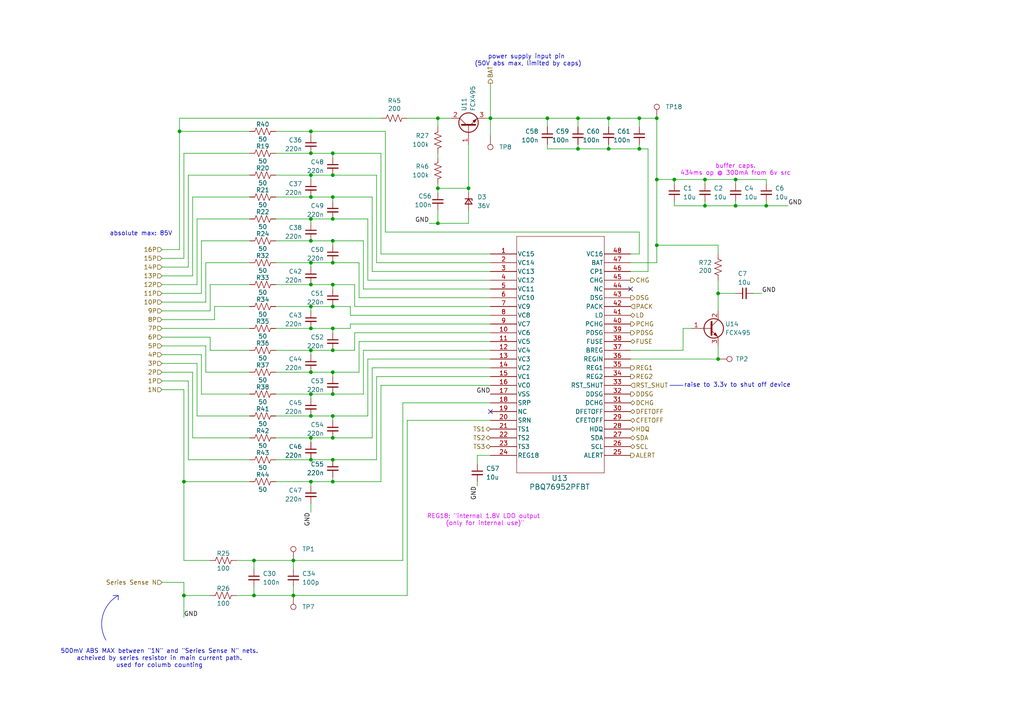
<source format=kicad_sch>
(kicad_sch (version 20250114) (generator "eeschema") (generator_version "9.0")
  (paper "A4")
  (arc (start 30.734 185.674) (mid 29.8291 178.4605) (end 34.29 172.72))
  (text "500mV ABS MAX between \"1N\" and \"Series Sense N\" nets.\nacheived by series resistor in main current path.\nused for columb counting" (at 46.228 191.008 0) (effects (font (size 1.27 1.27))))
  (text "absolute max: 85V" (at 40.894 67.818 0) (effects (font (size 1.27 1.27))))
  (text "power supply input pin \n(50V abs max, limited by caps)" (at 153.162 17.526 0) (effects (font (size 1.27 1.27))))
  (text "buffer caps.\n434ms op @ 300mA from 6v src" (at 213.36 49.276 0) (effects (font (size 1.27 1.27))))
  (text "REG18: \"internal 1.8V LDO output \n(only for internal use)\"" (at 140.716 150.876 0) (effects (font (size 1.27 1.27))))
  (text "raise to 3.3v to shut off device" (at 213.868 111.76 0) (effects (font (size 1.27 1.27))))
  (junction (at 52.07 38.1))
  (junction (at 158.75 34.29))
  (junction (at 90.17 139.7))
  (junction (at 90.17 101.6))
  (junction (at 73.66 172.72))
  (junction (at 96.52 63.5))
  (junction (at 90.17 120.65))
  (junction (at 127 34.29))
  (junction (at 96.52 95.25))
  (junction (at 90.17 88.9))
  (junction (at 85.09 172.72))
  (junction (at 96.52 50.8))
  (junction (at 176.53 43.18))
  (junction (at 185.42 43.18))
  (junction (at 53.34 172.72))
  (junction (at 167.64 43.18))
  (junction (at 135.89 54.61))
  (junction (at 90.17 44.45))
  (junction (at 90.17 133.35))
  (junction (at 90.17 107.95))
  (junction (at 90.17 38.1))
  (junction (at 222.25 59.69))
  (junction (at 90.17 76.2))
  (junction (at 190.5 34.29))
  (junction (at 96.52 127))
  (junction (at 208.28 85.09))
  (junction (at 90.17 50.8))
  (junction (at 127 64.77))
  (junction (at 90.17 95.25))
  (junction (at 96.52 57.15))
  (junction (at 96.52 139.7))
  (junction (at 96.52 133.35))
  (junction (at 90.17 63.5))
  (junction (at 204.47 59.69))
  (junction (at 185.42 34.29))
  (junction (at 208.28 104.14))
  (junction (at 213.36 59.69))
  (junction (at 96.52 82.55))
  (junction (at 127 54.61))
  (junction (at 96.52 44.45))
  (junction (at 90.17 127))
  (junction (at 176.53 34.29))
  (junction (at 73.66 162.56))
  (junction (at 90.17 82.55))
  (junction (at 90.17 114.3))
  (junction (at 85.09 162.56))
  (junction (at 53.34 139.7))
  (junction (at 90.17 69.85))
  (junction (at 96.52 114.3))
  (junction (at 167.64 34.29))
  (junction (at 96.52 69.85))
  (junction (at 96.52 101.6))
  (junction (at 96.52 76.2))
  (junction (at 96.52 88.9))
  (junction (at 96.52 120.65))
  (junction (at 190.5 52.07))
  (junction (at 90.17 57.15))
  (junction (at 213.36 52.07))
  (junction (at 142.24 34.29))
  (junction (at 195.58 52.07))
  (junction (at 204.47 52.07))
  (junction (at 190.5 71.12))
  (junction (at 96.52 107.95))
  (no_connect (at 182.88 83.82))
  (no_connect (at 142.24 119.38))
  (wire (pts (xy 222.25 59.69) (xy 228.6 59.69)))
  (wire (pts (xy 96.52 82.55) (xy 96.52 83.82)))
  (wire (pts (xy 53.34 44.45) (xy 72.39 44.45)))
  (wire (pts (xy 57.15 105.41) (xy 57.15 120.65)))
  (wire (pts (xy 127 54.61) (xy 127 53.34)))
  (wire (pts (xy 46.99 97.79) (xy 60.96 97.79)))
  (wire (pts (xy 190.5 34.29) (xy 190.5 52.07)))
  (wire (pts (xy 140.97 34.29) (xy 142.24 34.29)))
  (wire (pts (xy 101.6 88.9) (xy 101.6 91.44)))
  (wire (pts (xy 90.17 115.57) (xy 90.17 114.3)))
  (wire (pts (xy 187.96 43.18) (xy 187.96 78.74)))
  (wire (pts (xy 96.52 138.43) (xy 96.52 139.7)))
  (wire (pts (xy 90.17 88.9) (xy 96.52 88.9)))
  (wire (pts (xy 104.14 86.36) (xy 142.24 86.36)))
  (wire (pts (xy 101.6 93.98) (xy 142.24 93.98)))
  (wire (pts (xy 46.99 77.47) (xy 54.61 77.47)))
  (wire (pts (xy 190.5 71.12) (xy 208.28 71.12)))
  (wire (pts (xy 90.17 102.87) (xy 90.17 101.6)))
  (wire (pts (xy 107.95 127) (xy 107.95 106.68)))
  (wire (pts (xy 110.49 111.76) (xy 142.24 111.76)))
  (wire (pts (xy 158.75 34.29) (xy 158.75 36.83)))
  (wire (pts (xy 46.99 82.55) (xy 57.15 82.55)))
  (wire (pts (xy 222.25 52.07) (xy 213.36 52.07)))
  (wire (pts (xy 135.89 54.61) (xy 135.89 41.91)))
  (wire (pts (xy 111.76 38.1) (xy 111.76 67.31)))
  (wire (pts (xy 90.17 57.15) (xy 96.52 57.15)))
  (wire (pts (xy 55.88 57.15) (xy 72.39 57.15)))
  (wire (pts (xy 101.6 91.44) (xy 142.24 91.44)))
  (wire (pts (xy 85.09 162.56) (xy 116.84 162.56)))
  (wire (pts (xy 53.34 139.7) (xy 72.39 139.7)))
  (wire (pts (xy 142.24 34.29) (xy 158.75 34.29)))
  (wire (pts (xy 111.76 67.31) (xy 185.42 67.31)))
  (wire (pts (xy 102.87 88.9) (xy 142.24 88.9)))
  (wire (pts (xy 60.96 97.79) (xy 60.96 101.6)))
  (wire (pts (xy 90.17 133.35) (xy 96.52 133.35)))
  (wire (pts (xy 190.5 71.12) (xy 190.5 76.2)))
  (wire (pts (xy 90.17 95.25) (xy 96.52 95.25)))
  (wire (pts (xy 195.58 58.42) (xy 195.58 59.69)))
  (wire (pts (xy 96.52 120.65) (xy 96.52 121.92)))
  (wire (pts (xy 46.99 102.87) (xy 58.42 102.87)))
  (wire (pts (xy 104.14 76.2) (xy 104.14 86.36)))
  (wire (pts (xy 80.01 107.95) (xy 90.17 107.95)))
  (wire (pts (xy 90.17 127) (xy 96.52 127)))
  (wire (pts (xy 90.17 44.45) (xy 96.52 44.45)))
  (wire (pts (xy 53.34 74.93) (xy 53.34 44.45)))
  (wire (pts (xy 80.01 76.2) (xy 90.17 76.2)))
  (wire (pts (xy 109.22 50.8) (xy 109.22 76.2)))
  (wire (pts (xy 90.17 69.85) (xy 96.52 69.85)))
  (wire (pts (xy 107.95 57.15) (xy 96.52 57.15)))
  (polyline (pts (xy 34.29 172.72) (xy 34.29 172.72)))
  (wire (pts (xy 218.44 85.09) (xy 220.98 85.09)))
  (wire (pts (xy 46.99 100.33) (xy 59.69 100.33)))
  (wire (pts (xy 90.17 101.6) (xy 96.52 101.6)))
  (wire (pts (xy 96.52 114.3) (xy 105.41 114.3)))
  (polyline (pts (xy 34.29 172.72) (xy 34.29 173.99)))
  (wire (pts (xy 90.17 140.97) (xy 90.17 139.7)))
  (wire (pts (xy 46.99 90.17) (xy 60.96 90.17)))
  (wire (pts (xy 127 60.96) (xy 127 64.77)))
  (wire (pts (xy 90.17 107.95) (xy 96.52 107.95)))
  (wire (pts (xy 96.52 107.95) (xy 96.52 109.22)))
  (wire (pts (xy 116.84 116.84) (xy 116.84 162.56)))
  (wire (pts (xy 208.28 71.12) (xy 208.28 73.66)))
  (wire (pts (xy 80.01 133.35) (xy 90.17 133.35)))
  (wire (pts (xy 190.5 52.07) (xy 190.5 71.12)))
  (wire (pts (xy 109.22 76.2) (xy 142.24 76.2)))
  (wire (pts (xy 96.52 69.85) (xy 96.52 71.12)))
  (wire (pts (xy 90.17 90.17) (xy 90.17 88.9)))
  (wire (pts (xy 53.34 172.72) (xy 53.34 179.07)))
  (wire (pts (xy 167.64 41.91) (xy 167.64 43.18)))
  (wire (pts (xy 127 34.29) (xy 130.81 34.29)))
  (wire (pts (xy 96.52 82.55) (xy 102.87 82.55)))
  (wire (pts (xy 85.09 170.18) (xy 85.09 172.72)))
  (wire (pts (xy 185.42 34.29) (xy 190.5 34.29)))
  (wire (pts (xy 167.64 43.18) (xy 176.53 43.18)))
  (polyline (pts (xy 32.766 172.72) (xy 34.29 172.72)))
  (wire (pts (xy 90.17 76.2) (xy 96.52 76.2)))
  (wire (pts (xy 46.99 95.25) (xy 72.39 95.25)))
  (wire (pts (xy 118.11 34.29) (xy 127 34.29)))
  (wire (pts (xy 55.88 127) (xy 72.39 127)))
  (wire (pts (xy 142.24 24.13) (xy 142.24 34.29)))
  (wire (pts (xy 185.42 67.31) (xy 185.42 73.66)))
  (wire (pts (xy 105.41 83.82) (xy 105.41 69.85)))
  (wire (pts (xy 110.49 139.7) (xy 110.49 111.76)))
  (wire (pts (xy 46.99 80.01) (xy 55.88 80.01)))
  (wire (pts (xy 185.42 73.66) (xy 182.88 73.66)))
  (wire (pts (xy 62.23 92.71) (xy 62.23 88.9)))
  (wire (pts (xy 60.96 101.6) (xy 72.39 101.6)))
  (wire (pts (xy 96.52 139.7) (xy 110.49 139.7)))
  (wire (pts (xy 138.43 139.7) (xy 138.43 140.97)))
  (wire (pts (xy 176.53 34.29) (xy 185.42 34.29)))
  (wire (pts (xy 68.58 172.72) (xy 73.66 172.72)))
  (wire (pts (xy 167.64 34.29) (xy 176.53 34.29)))
  (wire (pts (xy 80.01 57.15) (xy 90.17 57.15)))
  (wire (pts (xy 213.36 53.34) (xy 213.36 52.07)))
  (wire (pts (xy 142.24 83.82) (xy 105.41 83.82)))
  (wire (pts (xy 58.42 102.87) (xy 58.42 114.3)))
  (wire (pts (xy 90.17 38.1) (xy 111.76 38.1)))
  (wire (pts (xy 80.01 50.8) (xy 90.17 50.8)))
  (wire (pts (xy 106.68 63.5) (xy 106.68 81.28)))
  (wire (pts (xy 142.24 34.29) (xy 142.24 39.37)))
  (wire (pts (xy 90.17 50.8) (xy 96.52 50.8)))
  (wire (pts (xy 73.66 165.1) (xy 73.66 162.56)))
  (wire (pts (xy 106.68 81.28) (xy 142.24 81.28)))
  (wire (pts (xy 190.5 52.07) (xy 195.58 52.07)))
  (wire (pts (xy 208.28 100.33) (xy 208.28 104.14)))
  (wire (pts (xy 54.61 77.47) (xy 54.61 50.8)))
  (wire (pts (xy 102.87 96.52) (xy 142.24 96.52)))
  (wire (pts (xy 80.01 38.1) (xy 90.17 38.1)))
  (wire (pts (xy 195.58 53.34) (xy 195.58 52.07)))
  (wire (pts (xy 46.99 85.09) (xy 58.42 85.09)))
  (wire (pts (xy 96.52 107.95) (xy 104.14 107.95)))
  (wire (pts (xy 59.69 76.2) (xy 72.39 76.2)))
  (wire (pts (xy 182.88 78.74) (xy 187.96 78.74)))
  (wire (pts (xy 118.11 172.72) (xy 85.09 172.72)))
  (wire (pts (xy 52.07 38.1) (xy 52.07 34.29)))
  (wire (pts (xy 73.66 172.72) (xy 73.66 170.18)))
  (wire (pts (xy 59.69 87.63) (xy 59.69 76.2)))
  (wire (pts (xy 90.17 120.65) (xy 96.52 120.65)))
  (wire (pts (xy 104.14 107.95) (xy 104.14 99.06)))
  (wire (pts (xy 208.28 85.09) (xy 213.36 85.09)))
  (wire (pts (xy 80.01 95.25) (xy 90.17 95.25)))
  (wire (pts (xy 107.95 78.74) (xy 107.95 57.15)))
  (wire (pts (xy 96.52 120.65) (xy 106.68 120.65)))
  (wire (pts (xy 127 45.72) (xy 127 44.45)))
  (wire (pts (xy 142.24 78.74) (xy 107.95 78.74)))
  (wire (pts (xy 55.88 80.01) (xy 55.88 57.15)))
  (wire (pts (xy 105.41 69.85) (xy 96.52 69.85)))
  (wire (pts (xy 102.87 82.55) (xy 102.87 88.9)))
  (wire (pts (xy 96.52 63.5) (xy 106.68 63.5)))
  (wire (pts (xy 96.52 50.8) (xy 109.22 50.8)))
  (wire (pts (xy 80.01 114.3) (xy 90.17 114.3)))
  (wire (pts (xy 53.34 162.56) (xy 60.96 162.56)))
  (wire (pts (xy 158.75 41.91) (xy 158.75 43.18)))
  (wire (pts (xy 90.17 64.77) (xy 90.17 63.5)))
  (wire (pts (xy 62.23 88.9) (xy 72.39 88.9)))
  (wire (pts (xy 90.17 63.5) (xy 96.52 63.5)))
  (wire (pts (xy 90.17 77.47) (xy 90.17 76.2)))
  (wire (pts (xy 105.41 114.3) (xy 105.41 101.6)))
  (wire (pts (xy 96.52 133.35) (xy 109.22 133.35)))
  (wire (pts (xy 58.42 114.3) (xy 72.39 114.3)))
  (wire (pts (xy 204.47 52.07) (xy 213.36 52.07)))
  (wire (pts (xy 80.01 88.9) (xy 90.17 88.9)))
  (wire (pts (xy 208.28 85.09) (xy 208.28 90.17)))
  (wire (pts (xy 198.12 95.25) (xy 200.66 95.25)))
  (wire (pts (xy 53.34 172.72) (xy 60.96 172.72)))
  (wire (pts (xy 176.53 41.91) (xy 176.53 43.18)))
  (wire (pts (xy 185.42 41.91) (xy 185.42 43.18)))
  (wire (pts (xy 127 36.83) (xy 127 34.29)))
  (wire (pts (xy 142.24 73.66) (xy 110.49 73.66)))
  (wire (pts (xy 96.52 127) (xy 107.95 127)))
  (wire (pts (xy 105.41 101.6) (xy 142.24 101.6)))
  (wire (pts (xy 53.34 139.7) (xy 53.34 162.56)))
  (wire (pts (xy 96.52 44.45) (xy 96.52 45.72)))
  (wire (pts (xy 85.09 172.72) (xy 73.66 172.72)))
  (wire (pts (xy 118.11 121.92) (xy 142.24 121.92)))
  (wire (pts (xy 176.53 43.18) (xy 185.42 43.18)))
  (wire (pts (xy 46.99 168.91) (xy 53.34 168.91)))
  (wire (pts (xy 80.01 44.45) (xy 90.17 44.45)))
  (wire (pts (xy 198.12 101.6) (xy 182.88 101.6)))
  (wire (pts (xy 90.17 82.55) (xy 96.52 82.55)))
  (wire (pts (xy 59.69 100.33) (xy 59.69 107.95)))
  (wire (pts (xy 195.58 52.07) (xy 204.47 52.07)))
  (wire (pts (xy 60.96 82.55) (xy 72.39 82.55)))
  (wire (pts (xy 101.6 95.25) (xy 101.6 93.98)))
  (wire (pts (xy 58.42 69.85) (xy 72.39 69.85)))
  (wire (pts (xy 46.99 113.03) (xy 53.34 113.03)))
  (wire (pts (xy 80.01 139.7) (xy 90.17 139.7)))
  (wire (pts (xy 222.25 52.07) (xy 222.25 53.34)))
  (wire (pts (xy 195.58 59.69) (xy 204.47 59.69)))
  (wire (pts (xy 80.01 82.55) (xy 90.17 82.55)))
  (wire (pts (xy 110.49 73.66) (xy 110.49 44.45)))
  (wire (pts (xy 96.52 57.15) (xy 96.52 58.42)))
  (wire (pts (xy 46.99 92.71) (xy 62.23 92.71)))
  (wire (pts (xy 110.49 44.45) (xy 96.52 44.45)))
  (wire (pts (xy 204.47 58.42) (xy 204.47 59.69)))
  (wire (pts (xy 222.25 58.42) (xy 222.25 59.69)))
  (wire (pts (xy 55.88 107.95) (xy 55.88 127)))
  (wire (pts (xy 208.28 81.28) (xy 208.28 85.09)))
  (wire (pts (xy 127 54.61) (xy 135.89 54.61)))
  (wire (pts (xy 90.17 128.27) (xy 90.17 127)))
  (wire (pts (xy 185.42 34.29) (xy 185.42 36.83)))
  (wire (pts (xy 73.66 162.56) (xy 85.09 162.56)))
  (wire (pts (xy 80.01 120.65) (xy 90.17 120.65)))
  (wire (pts (xy 57.15 120.65) (xy 72.39 120.65)))
  (wire (pts (xy 57.15 63.5) (xy 72.39 63.5)))
  (wire (pts (xy 106.68 120.65) (xy 106.68 104.14)))
  (wire (pts (xy 213.36 59.69) (xy 222.25 59.69)))
  (wire (pts (xy 135.89 64.77) (xy 135.89 60.96)))
  (wire (pts (xy 90.17 139.7) (xy 96.52 139.7)))
  (wire (pts (xy 204.47 59.69) (xy 213.36 59.69)))
  (wire (pts (xy 46.99 87.63) (xy 59.69 87.63)))
  (wire (pts (xy 116.84 116.84) (xy 142.24 116.84)))
  (wire (pts (xy 96.52 101.6) (xy 102.87 101.6)))
  (wire (pts (xy 80.01 101.6) (xy 90.17 101.6)))
  (wire (pts (xy 158.75 34.29) (xy 167.64 34.29)))
  (wire (pts (xy 167.64 34.29) (xy 167.64 36.83)))
  (wire (pts (xy 52.07 38.1) (xy 72.39 38.1)))
  (wire (pts (xy 53.34 168.91) (xy 53.34 172.72)))
  (wire (pts (xy 46.99 110.49) (xy 54.61 110.49)))
  (wire (pts (xy 90.17 146.05) (xy 90.17 148.59)))
  (polyline (pts (xy 194.31 111.76) (xy 198.12 111.76)))
  (wire (pts (xy 138.43 132.08) (xy 142.24 132.08)))
  (wire (pts (xy 102.87 101.6) (xy 102.87 96.52)))
  (wire (pts (xy 204.47 53.34) (xy 204.47 52.07)))
  (wire (pts (xy 60.96 90.17) (xy 60.96 82.55)))
  (wire (pts (xy 96.52 95.25) (xy 101.6 95.25)))
  (wire (pts (xy 90.17 39.37) (xy 90.17 38.1)))
  (wire (pts (xy 107.95 106.68) (xy 142.24 106.68)))
  (wire (pts (xy 80.01 127) (xy 90.17 127)))
  (wire (pts (xy 198.12 95.25) (xy 198.12 101.6)))
  (wire (pts (xy 182.88 104.14) (xy 208.28 104.14)))
  (wire (pts (xy 104.14 99.06) (xy 142.24 99.06)))
  (wire (pts (xy 90.17 52.07) (xy 90.17 50.8)))
  (wire (pts (xy 57.15 82.55) (xy 57.15 63.5)))
  (wire (pts (xy 58.42 85.09) (xy 58.42 69.85)))
  (wire (pts (xy 68.58 162.56) (xy 73.66 162.56)))
  (wire (pts (xy 135.89 64.77) (xy 127 64.77)))
  (wire (pts (xy 90.17 114.3) (xy 96.52 114.3)))
  (wire (pts (xy 59.69 107.95) (xy 72.39 107.95)))
  (wire (pts (xy 53.34 113.03) (xy 53.34 139.7)))
  (wire (pts (xy 54.61 50.8) (xy 72.39 50.8)))
  (wire (pts (xy 85.09 162.56) (xy 85.09 165.1)))
  (wire (pts (xy 96.52 88.9) (xy 101.6 88.9)))
  (wire (pts (xy 138.43 132.08) (xy 138.43 134.62)))
  (wire (pts (xy 80.01 63.5) (xy 90.17 63.5)))
  (wire (pts (xy 46.99 105.41) (xy 57.15 105.41)))
  (wire (pts (xy 187.96 43.18) (xy 185.42 43.18)))
  (wire (pts (xy 46.99 107.95) (xy 55.88 107.95)))
  (wire (pts (xy 52.07 72.39) (xy 52.07 38.1)))
  (wire (pts (xy 127 55.88) (xy 127 54.61)))
  (wire (pts (xy 54.61 110.49) (xy 54.61 133.35)))
  (wire (pts (xy 54.61 133.35) (xy 72.39 133.35)))
  (wire (pts (xy 106.68 104.14) (xy 142.24 104.14)))
  (wire (pts (xy 190.5 76.2) (xy 182.88 76.2)))
  (wire (pts (xy 80.01 69.85) (xy 90.17 69.85)))
  (wire (pts (xy 46.99 72.39) (xy 52.07 72.39)))
  (wire (pts (xy 46.99 74.93) (xy 53.34 74.93)))
  (wire (pts (xy 96.52 76.2) (xy 104.14 76.2)))
  (wire (pts (xy 135.89 54.61) (xy 135.89 55.88)))
  (wire (pts (xy 176.53 34.29) (xy 176.53 36.83)))
  (wire (pts (xy 213.36 58.42) (xy 213.36 59.69)))
  (wire (pts (xy 96.52 95.25) (xy 96.52 96.52)))
  (wire (pts (xy 52.07 34.29) (xy 110.49 34.29)))
  (wire (pts (xy 109.22 133.35) (xy 109.22 109.22)))
  (wire (pts (xy 158.75 43.18) (xy 167.64 43.18)))
  (wire (pts (xy 124.46 64.77) (xy 127 64.77)))
  (wire (pts (xy 118.11 121.92) (xy 118.11 172.72)))
  (wire (pts (xy 109.22 109.22) (xy 142.24 109.22)))
  (label "GND" (at 53.34 179.07 0))
  (label "GND" (at 124.46 64.77 180))
  (label "GND" (at 90.17 148.59 270))
  (label "GND" (at 138.43 140.97 270))
  (label "GND" (at 228.6 59.69 0))
  (label "GND" (at 220.98 85.09 0))
  (label "GND" (at 142.24 114.3 180))
  (hierarchical_label "REG1" (shape output) (at 182.88 106.68 0))
  (hierarchical_label "ALERT" (shape output) (at 182.88 132.08 0))
  (hierarchical_label "DFETOFF" (shape bidirectional) (at 182.88 119.38 0))
  (hierarchical_label "LD" (shape bidirectional) (at 182.88 91.44 0))
  (hierarchical_label "15P" (shape input) (at 46.99 74.93 180))
  (hierarchical_label "7P" (shape input) (at 46.99 95.25 180))
  (hierarchical_label "CFETOFF" (shape bidirectional) (at 182.88 121.92 0))
  (hierarchical_label "TS3" (shape bidirectional) (at 142.24 129.54 180))
  (hierarchical_label "3P" (shape input) (at 46.99 105.41 180))
  (hierarchical_label "10P" (shape input) (at 46.99 87.63 180))
  (hierarchical_label "DDSG" (shape output) (at 182.88 114.3 0))
  (hierarchical_label "1P" (shape input) (at 46.99 110.49 180))
  (hierarchical_label "TS2" (shape bidirectional) (at 142.24 127 180))
  (hierarchical_label "5P" (shape input) (at 46.99 100.33 180))
  (hierarchical_label "DSG" (shape output) (at 182.88 86.36 0))
  (hierarchical_label "TS1" (shape bidirectional) (at 142.24 124.46 180))
  (hierarchical_label "PDSG" (shape output) (at 182.88 96.52 0))
  (hierarchical_label "SDA" (shape bidirectional) (at 182.88 127 0))
  (hierarchical_label "SCL" (shape bidirectional) (at 182.88 129.54 0))
  (hierarchical_label "DCHG" (shape bidirectional) (at 182.88 116.84 0))
  (hierarchical_label "8P" (shape input) (at 46.99 92.71 180))
  (hierarchical_label "12P" (shape input) (at 46.99 82.55 180))
  (hierarchical_label "9P" (shape input) (at 46.99 90.17 180))
  (hierarchical_label "BAT" (shape output) (at 142.24 24.13 90))
  (hierarchical_label "11P" (shape input) (at 46.99 85.09 180))
  (hierarchical_label "RST_SHUT" (shape input) (at 182.88 111.76 0))
  (hierarchical_label "Series Sense N" (shape input) (at 46.99 168.91 180))
  (hierarchical_label "PACK" (shape input) (at 182.88 88.9 0))
  (hierarchical_label "CHG" (shape output) (at 182.88 81.28 0))
  (hierarchical_label "REG2" (shape output) (at 182.88 109.22 0))
  (hierarchical_label "6P" (shape input) (at 46.99 97.79 180))
  (hierarchical_label "16P" (shape input) (at 46.99 72.39 180))
  (hierarchical_label "PCHG" (shape output) (at 182.88 93.98 0))
  (hierarchical_label "2P" (shape input) (at 46.99 107.95 180))
  (hierarchical_label "4P" (shape input) (at 46.99 102.87 180))
  (hierarchical_label "14P" (shape input) (at 46.99 77.47 180))
  (hierarchical_label "FUSE" (shape bidirectional) (at 182.88 99.06 0))
  (hierarchical_label "HDQ" (shape bidirectional) (at 182.88 124.46 0))
  (hierarchical_label "13P" (shape input) (at 46.99 80.01 180))
  (hierarchical_label "1N" (shape input) (at 46.99 113.03 180))
  (symbol (lib_id "zzLocalLibrary:FCX485_NPN_BJT") (at 135.89 35.56 90) (unit 1)
    (property "Reference" "U11" (at 134.62 32.258 0) (effects (justify left)))
    (property "Value" "FCX495" (at 137.16 32.258 0) (effects (justify left)))
    (property "Footprint" "Package_TO_SOT_SMD:SOT-89-3" (effects (hide yes)))
    (property "Datasheet" "https://www.mouser.com/datasheet/2/115/FCX495-3215865.pdf" (effects (hide yes)))
    (property "Description" "1A continuous, BVce > 150V" (effects (hide yes)))
    (property "mouser" "https://www.mouser.com/ProductDetail/Diodes-Incorporated/FCX495TA?qs=fpoYs8%2FwAu9bxDJK3FfPWA%3D%3D" (effects (hide yes)))
    (property "unit x10" "0.34" (effects (hide yes)))
  )
  (symbol (lib_id "Device:R_US") (at 76.2 69.85 90) (unit 1)
    (property "Reference" "R24" (at 76.2 67.818 90))
    (property "Value" "50" (at 76.2 72.136 90))
    (property "Footprint" "Resistor_SMD:R_1206_3216Metric_Pad1.30x1.75mm_HandSolder" (effects (hide yes)))
    (property "Datasheet" "https://www.mouser.com/ProductDetail/Panasonic/ERJ-P08F51R0V?qs=iIVTEDlrHA3LnOLNS7SmEw%3D%3D" (effects (hide yes)))
    (property "Description" "Resistor, US symbol" (effects (hide yes)))
    (property "mouser" "https://www.mouser.com/ProductDetail/Panasonic/ERJ-P08F51R0V?qs=iIVTEDlrHA3LnOLNS7SmEw%3D%3D" (effects (hide yes)))
    (property "specs" "51Ohms, 660mW, 1%, 500V, 100PPM, -55C, +155C" (effects (hide yes)))
  )
  (symbol (lib_id "Device:R_US") (at 127 40.64 0) (mirror x) (unit 1)
    (property "Reference" "R27" (at 124.46 39.3699 0) (effects (justify right)))
    (property "Value" "100k" (at 124.46 41.9099 0) (effects (justify right)))
    (property "Footprint" "Resistor_SMD:R_1206_3216Metric_Pad1.30x1.75mm_HandSolder" (effects (hide yes)))
    (property "Datasheet" "https://www.mouser.com/ProductDetail/Bourns/CHV1206-FX-1003EST?qs=QNEnbhJQKvb7tN9X9nEnDA%3D%3D" (effects (hide yes)))
    (property "Description" "Resistor, US symbol" (effects (hide yes)))
    (property "mouser" "https://www.mouser.com/ProductDetail/Bourns/CHV1206-FX-1003EST?qs=QNEnbhJQKvb7tN9X9nEnDA%3D%3D" (effects (hide yes)))
    (property "specs" "100kOhm, 800V, 250mW, 100PPM, 1%, -55C, 155C" (effects (hide yes)))
    (property "unit x10" "0.083" (effects (hide yes)))
  )
  (symbol (lib_id "Device:R_US") (at 76.2 95.25 90) (unit 1)
    (property "Reference" "R35" (at 76.2 93.218 90))
    (property "Value" "50" (at 76.2 97.536 90))
    (property "Footprint" "Resistor_SMD:R_1206_3216Metric_Pad1.30x1.75mm_HandSolder" (effects (hide yes)))
    (property "Datasheet" "https://www.mouser.com/ProductDetail/Panasonic/ERJ-P08F51R0V?qs=iIVTEDlrHA3LnOLNS7SmEw%3D%3D" (effects (hide yes)))
    (property "Description" "Resistor, US symbol" (effects (hide yes)))
    (property "mouser" "https://www.mouser.com/ProductDetail/Panasonic/ERJ-P08F51R0V?qs=iIVTEDlrHA3LnOLNS7SmEw%3D%3D" (effects (hide yes)))
    (property "specs" "51Ohms, 660mW, 1%, 500V, 100PPM, -55C, +155C" (effects (hide yes)))
  )
  (symbol (lib_id "Device:C_Small") (at 167.64 39.37 0) (mirror y) (unit 1)
    (property "Reference" "C59" (at 165.1 38.1062 0) (effects (justify left)))
    (property "Value" "100n" (at 165.1 40.6462 0) (effects (justify left)))
    (property "Footprint" "Capacitor_SMD:C_1206_3216Metric_Pad1.33x1.80mm_HandSolder" (effects (hide yes)))
    (property "mouser" "https://www.mouser.com/ProductDetail/Walsin/1206B104K251CT?qs=fIkAfuXiAQKkmX5niKUTKw%3D%3D" (effects (hide yes)))
    (property "specs" "100nF, 250VDC, X7R, 10%, -55C, +125C" (effects (hide yes)))
    (property "unit x10" "0.062" (effects (hide yes)))
  )
  (symbol (lib_id "zzLocalLibrary:FCX485_NPN_BJT") (at 207.01 95.25 0) (unit 1)
    (property "Reference" "U14" (at 210.312 93.98 0) (effects (justify left)))
    (property "Value" "FCX495" (at 210.312 96.52 0) (effects (justify left)))
    (property "Footprint" "Package_TO_SOT_SMD:SOT-89-3" (effects (hide yes)))
    (property "Datasheet" "https://www.mouser.com/datasheet/2/115/FCX495-3215865.pdf" (effects (hide yes)))
    (property "Description" "1A continuous, BVce > 150V" (effects (hide yes)))
    (property "mouser" "https://www.mouser.com/ProductDetail/Diodes-Incorporated/FCX495TA?qs=fpoYs8%2FwAu9bxDJK3FfPWA%3D%3D" (effects (hide yes)))
    (property "unit x10" "0.34" (effects (hide yes)))
  )
  (symbol (lib_id "Device:C_Small") (at 90.17 92.71 0) (mirror y) (unit 1)
    (property "Reference" "C43" (at 87.63 91.4462 0) (effects (justify left)))
    (property "Value" "220n" (at 87.63 93.9862 0) (effects (justify left)))
    (property "Footprint" "Capacitor_SMD:C_1206_3216Metric_Pad1.33x1.80mm_HandSolder" (effects (hide yes)))
    (property "Datasheet" "https://www.mouser.com/ProductDetail/Samsung-Electro-Mechanics/CL31B224KBFNNNF?qs=sGAEpiMZZMsh%252B1woXyUXj7iNKXiFkBmw7C%252BUlKpuDJ8%3D" (effects (hide yes)))
    (property "Description" "50Vdc, 10%, +125C" (effects (hide yes)))
    (property "mouser" "https://www.mouser.com/ProductDetail/Samsung-Electro-Mechanics/CL31B224KBFNNNF?qs=sGAEpiMZZMsh%252B1woXyUXj7iNKXiFkBmw7C%252BUlKpuDJ8%3D" (effects (hide yes)))
    (property "specs" "50VDC, X7R, 10%, -55C, +125C, 220nF" (effects (hide yes)))
    (property "unit x10" "0.05" (effects (hide yes)))
  )
  (symbol (lib_id "Connector:TestPoint") (at 208.28 104.14 270) (unit 1) (in_bom no)
    (property "Reference" "TP2" (at 213.36 104.1399 90) (effects (justify left)))
    (property "Value" "TestPoint" (effects (hide yes)))
    (property "Footprint" "TestPoint:TestPoint_Loop_D2.50mm_Drill1.0mm_LowProfile" (effects (hide yes)))
    (property "Description" "test point" (effects (hide yes)))
  )
  (symbol (lib_id "Device:C_Small") (at 127 58.42 0) (mirror y) (unit 1)
    (property "Reference" "C56" (at 125.222 56.896 0) (effects (justify left)))
    (property "Value" "100n" (at 125.222 59.436 0) (effects (justify left)))
    (property "Footprint" "Capacitor_SMD:C_1206_3216Metric_Pad1.33x1.80mm_HandSolder" (effects (hide yes)))
    (property "mouser" "https://www.mouser.com/ProductDetail/Walsin/1206B104K251CT?qs=fIkAfuXiAQKkmX5niKUTKw%3D%3D" (effects (hide yes)))
    (property "specs" "100nF, 250VDC, X7R, 10%, -55C, +125C" (effects (hide yes)))
    (property "unit x10" "0.062" (effects (hide yes)))
  )
  (symbol (lib_id "Device:R_US") (at 76.2 82.55 90) (unit 1)
    (property "Reference" "R33" (at 76.2 80.518 90))
    (property "Value" "50" (at 76.2 84.836 90))
    (property "Footprint" "Resistor_SMD:R_1206_3216Metric_Pad1.30x1.75mm_HandSolder" (effects (hide yes)))
    (property "Datasheet" "https://www.mouser.com/ProductDetail/Panasonic/ERJ-P08F51R0V?qs=iIVTEDlrHA3LnOLNS7SmEw%3D%3D" (effects (hide yes)))
    (property "Description" "Resistor, US symbol" (effects (hide yes)))
    (property "mouser" "https://www.mouser.com/ProductDetail/Panasonic/ERJ-P08F51R0V?qs=iIVTEDlrHA3LnOLNS7SmEw%3D%3D" (effects (hide yes)))
    (property "specs" "51Ohms, 660mW, 1%, 500V, 100PPM, -55C, +155C" (effects (hide yes)))
  )
  (symbol (lib_id "Device:C_Small") (at 158.75 39.37 0) (mirror y) (unit 1)
    (property "Reference" "C58" (at 156.21 38.1062 0) (effects (justify left)))
    (property "Value" "100n" (at 156.21 40.6462 0) (effects (justify left)))
    (property "Footprint" "Capacitor_SMD:C_1206_3216Metric_Pad1.33x1.80mm_HandSolder" (effects (hide yes)))
    (property "mouser" "https://www.mouser.com/ProductDetail/Walsin/1206B104K251CT?qs=fIkAfuXiAQKkmX5niKUTKw%3D%3D" (effects (hide yes)))
    (property "specs" "100nF, 250VDC, X7R, 10%, -55C, +125C" (effects (hide yes)))
    (property "unit x10" "0.062" (effects (hide yes)))
  )
  (symbol (lib_id "Device:C_Small") (at 215.9 85.09 90) (unit 1)
    (property "Reference" "C7" (at 213.995 79.3812 90) (effects (justify right)))
    (property "Value" "10u" (at 213.995 81.9212 90) (effects (justify right)))
    (property "Footprint" "Capacitor_SMD:C_1206_3216Metric_Pad1.33x1.80mm_HandSolder" (effects (hide yes)))
    (property "Description" "50Vdc, 10%, +125C" (effects (hide yes)))
    (property "mouser" "https://www.mouser.com/ProductDetail/Samsung-Electro-Mechanics/CL31A106KBHNNNE?qs=sGAEpiMZZMsh%252B1woXyUXjxqcB7t9naYpzWmpMbMJIKQ%3D" (effects (hide yes)))
    (property "specs" "10uF, 50VDC, X5R, 10%, -55C, +85C" (effects (hide yes)))
    (property "unit x10" "0.07" (effects (hide yes)))
  )
  (symbol (lib_id "Device:C_Small") (at 185.42 39.37 0) (mirror y) (unit 1)
    (property "Reference" "C61" (at 182.88 38.1062 0) (effects (justify left)))
    (property "Value" "100n" (at 182.88 40.6462 0) (effects (justify left)))
    (property "Footprint" "Capacitor_SMD:C_1206_3216Metric_Pad1.33x1.80mm_HandSolder" (effects (hide yes)))
    (property "mouser" "https://www.mouser.com/ProductDetail/Walsin/1206B104K251CT?qs=fIkAfuXiAQKkmX5niKUTKw%3D%3D" (effects (hide yes)))
    (property "specs" "100nF, 250VDC, X7R, 10%, -55C, +125C" (effects (hide yes)))
    (property "unit x10" "0.062" (effects (hide yes)))
  )
  (symbol (lib_id "Device:R_US") (at 76.2 107.95 90) (unit 1)
    (property "Reference" "R37" (at 76.2 105.918 90))
    (property "Value" "50" (at 76.2 110.236 90))
    (property "Footprint" "Resistor_SMD:R_1206_3216Metric_Pad1.30x1.75mm_HandSolder" (effects (hide yes)))
    (property "Datasheet" "https://www.mouser.com/ProductDetail/Panasonic/ERJ-P08F51R0V?qs=iIVTEDlrHA3LnOLNS7SmEw%3D%3D" (effects (hide yes)))
    (property "Description" "Resistor, US symbol" (effects (hide yes)))
    (property "mouser" "https://www.mouser.com/ProductDetail/Panasonic/ERJ-P08F51R0V?qs=iIVTEDlrHA3LnOLNS7SmEw%3D%3D" (effects (hide yes)))
    (property "specs" "51Ohms, 660mW, 1%, 500V, 100PPM, -55C, +155C" (effects (hide yes)))
  )
  (symbol (lib_id "Device:C_Small") (at 90.17 80.01 0) (mirror y) (unit 1)
    (property "Reference" "C42" (at 87.63 78.7462 0) (effects (justify left)))
    (property "Value" "220n" (at 87.63 81.2862 0) (effects (justify left)))
    (property "Footprint" "Capacitor_SMD:C_1206_3216Metric_Pad1.33x1.80mm_HandSolder" (effects (hide yes)))
    (property "Datasheet" "https://www.mouser.com/ProductDetail/Samsung-Electro-Mechanics/CL31B224KBFNNNF?qs=sGAEpiMZZMsh%252B1woXyUXj7iNKXiFkBmw7C%252BUlKpuDJ8%3D" (effects (hide yes)))
    (property "Description" "50Vdc, 10%, +125C" (effects (hide yes)))
    (property "mouser" "https://www.mouser.com/ProductDetail/Samsung-Electro-Mechanics/CL31B224KBFNNNF?qs=sGAEpiMZZMsh%252B1woXyUXj7iNKXiFkBmw7C%252BUlKpuDJ8%3D" (effects (hide yes)))
    (property "specs" "50VDC, X7R, 10%, -55C, +125C, 220nF" (effects (hide yes)))
    (property "unit x10" "0.05" (effects (hide yes)))
  )
  (symbol (lib_id "Connector:TestPoint") (at 85.09 172.72 180) (unit 1) (in_bom no)
    (property "Reference" "TP7" (at 87.63 176.0219 0) (effects (justify right)))
    (property "Value" "TestPoint" (effects (hide yes)))
    (property "Footprint" "TestPoint:TestPoint_Loop_D2.50mm_Drill1.0mm_LowProfile" (effects (hide yes)))
    (property "Description" "test point" (effects (hide yes)))
  )
  (symbol (lib_id "Device:R_US") (at 76.2 44.45 90) (unit 1)
    (property "Reference" "R19" (at 76.2 42.418 90))
    (property "Value" "50" (at 76.2 46.736 90))
    (property "Footprint" "Resistor_SMD:R_1206_3216Metric_Pad1.30x1.75mm_HandSolder" (effects (hide yes)))
    (property "Datasheet" "https://www.mouser.com/ProductDetail/Panasonic/ERJ-P08F51R0V?qs=iIVTEDlrHA3LnOLNS7SmEw%3D%3D" (effects (hide yes)))
    (property "Description" "Resistor, US symbol" (effects (hide yes)))
    (property "mouser" "https://www.mouser.com/ProductDetail/Panasonic/ERJ-P08F51R0V?qs=iIVTEDlrHA3LnOLNS7SmEw%3D%3D" (effects (hide yes)))
    (property "specs" "51Ohms, 660mW, 1%, 500V, 100PPM, -55C, +155C" (effects (hide yes)))
  )
  (symbol (lib_id "Device:C_Small") (at 222.25 55.88 0) (unit 1)
    (property "Reference" "C6" (at 224.79 54.6162 0) (effects (justify left)))
    (property "Value" "10u" (at 224.79 57.1562 0) (effects (justify left)))
    (property "Footprint" "Capacitor_SMD:C_1206_3216Metric_Pad1.33x1.80mm_HandSolder" (effects (hide yes)))
    (property "Description" "50Vdc, 10%, +125C" (effects (hide yes)))
    (property "mouser" "https://www.mouser.com/ProductDetail/Samsung-Electro-Mechanics/CL31A106KBHNNNE?qs=sGAEpiMZZMsh%252B1woXyUXjxqcB7t9naYpzWmpMbMJIKQ%3D" (effects (hide yes)))
    (property "specs" "10uF, 50VDC, X5R, 10%, -55C, +85C" (effects (hide yes)))
    (property "unit x10" "0.07" (effects (hide yes)))
  )
  (symbol (lib_id "Device:C_Small") (at 90.17 118.11 0) (mirror y) (unit 1)
    (property "Reference" "C45" (at 87.63 116.8462 0) (effects (justify left)))
    (property "Value" "220n" (at 87.63 119.3862 0) (effects (justify left)))
    (property "Footprint" "Capacitor_SMD:C_1206_3216Metric_Pad1.33x1.80mm_HandSolder" (effects (hide yes)))
    (property "Datasheet" "https://www.mouser.com/ProductDetail/Samsung-Electro-Mechanics/CL31B224KBFNNNF?qs=sGAEpiMZZMsh%252B1woXyUXj7iNKXiFkBmw7C%252BUlKpuDJ8%3D" (effects (hide yes)))
    (property "Description" "50Vdc, 10%, +125C" (effects (hide yes)))
    (property "mouser" "https://www.mouser.com/ProductDetail/Samsung-Electro-Mechanics/CL31B224KBFNNNF?qs=sGAEpiMZZMsh%252B1woXyUXj7iNKXiFkBmw7C%252BUlKpuDJ8%3D" (effects (hide yes)))
    (property "specs" "50VDC, X7R, 10%, -55C, +125C, 220nF" (effects (hide yes)))
    (property "unit x10" "0.05" (effects (hide yes)))
  )
  (symbol (lib_id "Device:R_US") (at 76.2 63.5 90) (unit 1)
    (property "Reference" "R22" (at 76.2 61.468 90))
    (property "Value" "50" (at 76.2 65.786 90))
    (property "Footprint" "Resistor_SMD:R_1206_3216Metric_Pad1.30x1.75mm_HandSolder" (effects (hide yes)))
    (property "Datasheet" "https://www.mouser.com/ProductDetail/Panasonic/ERJ-P08F51R0V?qs=iIVTEDlrHA3LnOLNS7SmEw%3D%3D" (effects (hide yes)))
    (property "Description" "Resistor, US symbol" (effects (hide yes)))
    (property "mouser" "https://www.mouser.com/ProductDetail/Panasonic/ERJ-P08F51R0V?qs=iIVTEDlrHA3LnOLNS7SmEw%3D%3D" (effects (hide yes)))
    (property "specs" "51Ohms, 660mW, 1%, 500V, 100PPM, -55C, +155C" (effects (hide yes)))
  )
  (symbol (lib_id "Device:R_US") (at 76.2 88.9 90) (unit 1)
    (property "Reference" "R34" (at 76.2 86.868 90))
    (property "Value" "50" (at 76.2 91.186 90))
    (property "Footprint" "Resistor_SMD:R_1206_3216Metric_Pad1.30x1.75mm_HandSolder" (effects (hide yes)))
    (property "Datasheet" "https://www.mouser.com/ProductDetail/Panasonic/ERJ-P08F51R0V?qs=iIVTEDlrHA3LnOLNS7SmEw%3D%3D" (effects (hide yes)))
    (property "Description" "Resistor, US symbol" (effects (hide yes)))
    (property "mouser" "https://www.mouser.com/ProductDetail/Panasonic/ERJ-P08F51R0V?qs=iIVTEDlrHA3LnOLNS7SmEw%3D%3D" (effects (hide yes)))
    (property "specs" "51Ohms, 660mW, 1%, 500V, 100PPM, -55C, +155C" (effects (hide yes)))
  )
  (symbol (lib_id "Device:C_Small") (at 90.17 54.61 0) (mirror y) (unit 1)
    (property "Reference" "C37" (at 87.63 53.3462 0) (effects (justify left)))
    (property "Value" "220n" (at 87.63 55.8862 0) (effects (justify left)))
    (property "Footprint" "Capacitor_SMD:C_1206_3216Metric_Pad1.33x1.80mm_HandSolder" (effects (hide yes)))
    (property "Datasheet" "https://www.mouser.com/ProductDetail/Samsung-Electro-Mechanics/CL31B224KBFNNNF?qs=sGAEpiMZZMsh%252B1woXyUXj7iNKXiFkBmw7C%252BUlKpuDJ8%3D" (effects (hide yes)))
    (property "Description" "50Vdc, 10%, +125C" (effects (hide yes)))
    (property "mouser" "https://www.mouser.com/ProductDetail/Samsung-Electro-Mechanics/CL31B224KBFNNNF?qs=sGAEpiMZZMsh%252B1woXyUXj7iNKXiFkBmw7C%252BUlKpuDJ8%3D" (effects (hide yes)))
    (property "specs" "50VDC, X7R, 10%, -55C, +125C, 220nF" (effects (hide yes)))
    (property "unit x10" "0.05" (effects (hide yes)))
  )
  (symbol (lib_id "Device:R_US") (at 127 49.53 0) (mirror x) (unit 1)
    (property "Reference" "R46" (at 124.46 48.2599 0) (effects (justify right)))
    (property "Value" "100k" (at 124.46 50.7999 0) (effects (justify right)))
    (property "Footprint" "Resistor_SMD:R_1206_3216Metric_Pad1.30x1.75mm_HandSolder" (effects (hide yes)))
    (property "Datasheet" "https://www.mouser.com/ProductDetail/Bourns/CHV1206-FX-1003EST?qs=QNEnbhJQKvb7tN9X9nEnDA%3D%3D" (effects (hide yes)))
    (property "Description" "Resistor, US symbol" (effects (hide yes)))
    (property "mouser" "https://www.mouser.com/ProductDetail/Bourns/CHV1206-FX-1003EST?qs=QNEnbhJQKvb7tN9X9nEnDA%3D%3D" (effects (hide yes)))
    (property "specs" "100kOhm, 800V, 250mW, 100PPM, 1%, -55C, 155C" (effects (hide yes)))
    (property "unit x10" "0.083" (effects (hide yes)))
  )
  (symbol (lib_id "Device:R_US") (at 76.2 120.65 90) (unit 1)
    (property "Reference" "R41" (at 76.2 118.618 90))
    (property "Value" "50" (at 76.2 122.936 90))
    (property "Footprint" "Resistor_SMD:R_1206_3216Metric_Pad1.30x1.75mm_HandSolder" (effects (hide yes)))
    (property "Datasheet" "https://www.mouser.com/ProductDetail/Panasonic/ERJ-P08F51R0V?qs=iIVTEDlrHA3LnOLNS7SmEw%3D%3D" (effects (hide yes)))
    (property "Description" "Resistor, US symbol" (effects (hide yes)))
    (property "mouser" "https://www.mouser.com/ProductDetail/Panasonic/ERJ-P08F51R0V?qs=iIVTEDlrHA3LnOLNS7SmEw%3D%3D" (effects (hide yes)))
    (property "specs" "51Ohms, 660mW, 1%, 500V, 100PPM, -55C, +155C" (effects (hide yes)))
  )
  (symbol (lib_id "Device:R_US") (at 208.28 77.47 0) (unit 1)
    (property "Reference" "R72" (at 206.502 76.2 0) (effects (justify right)))
    (property "Value" "200" (at 206.502 78.486 0) (effects (justify right)))
    (property "Footprint" "Resistor_SMD:R_1206_3216Metric_Pad1.30x1.75mm_HandSolder" (effects (hide yes)))
    (property "Datasheet" "https://www.mouser.com/ProductDetail/Panasonic/ERJ-P08J201V?qs=js9DCdkuA2r%2FYZjmQm4p2A%3D%3D" (effects (hide yes)))
    (property "Description" "Resistor, US symbol" (effects (hide yes)))
    (property "mouser" "https://www.mouser.com/ProductDetail/Panasonic/ERJ-P08J201V?qs=js9DCdkuA2r%2FYZjmQm4p2A%3D%3D" (effects (hide yes)))
    (property "specs" "200Ohms, 660mW, 200PPM, 500V, 5%, -55C, +155C" (effects (hide yes)))
  )
  (symbol (lib_id "Device:C_Small") (at 90.17 105.41 0) (mirror y) (unit 1)
    (property "Reference" "C44" (at 87.63 104.1462 0) (effects (justify left)))
    (property "Value" "220n" (at 87.63 106.6862 0) (effects (justify left)))
    (property "Footprint" "Capacitor_SMD:C_1206_3216Metric_Pad1.33x1.80mm_HandSolder" (effects (hide yes)))
    (property "Datasheet" "https://www.mouser.com/ProductDetail/Samsung-Electro-Mechanics/CL31B224KBFNNNF?qs=sGAEpiMZZMsh%252B1woXyUXj7iNKXiFkBmw7C%252BUlKpuDJ8%3D" (effects (hide yes)))
    (property "Description" "50Vdc, 10%, +125C" (effects (hide yes)))
    (property "mouser" "https://www.mouser.com/ProductDetail/Samsung-Electro-Mechanics/CL31B224KBFNNNF?qs=sGAEpiMZZMsh%252B1woXyUXj7iNKXiFkBmw7C%252BUlKpuDJ8%3D" (effects (hide yes)))
    (property "specs" "50VDC, X7R, 10%, -55C, +125C, 220nF" (effects (hide yes)))
    (property "unit x10" "0.05" (effects (hide yes)))
  )
  (symbol (lib_id "Device:R_US") (at 114.3 34.29 270) (unit 1)
    (property "Reference" "R45" (at 116.332 29.21 90) (effects (justify right)))
    (property "Value" "200" (at 116.332 31.496 90) (effects (justify right)))
    (property "Footprint" "Resistor_SMD:R_1206_3216Metric_Pad1.30x1.75mm_HandSolder" (effects (hide yes)))
    (property "Datasheet" "https://www.mouser.com/ProductDetail/Panasonic/ERJ-P08J201V?qs=js9DCdkuA2r%2FYZjmQm4p2A%3D%3D" (effects (hide yes)))
    (property "Description" "Resistor, US symbol" (effects (hide yes)))
    (property "mouser" "https://www.mouser.com/ProductDetail/Panasonic/ERJ-P08J201V?qs=js9DCdkuA2r%2FYZjmQm4p2A%3D%3D" (effects (hide yes)))
    (property "specs" "200Ohms, 660mW, 200PPM, 500V, 5%, -55C, +155C" (effects (hide yes)))
  )
  (symbol (lib_id "Device:C_Small") (at 176.53 39.37 0) (mirror y) (unit 1)
    (property "Reference" "C60" (at 173.99 38.1062 0) (effects (justify left)))
    (property "Value" "100n" (at 173.99 40.6462 0) (effects (justify left)))
    (property "Footprint" "Capacitor_SMD:C_1206_3216Metric_Pad1.33x1.80mm_HandSolder" (effects (hide yes)))
    (property "mouser" "https://www.mouser.com/ProductDetail/Walsin/1206B104K251CT?qs=fIkAfuXiAQKkmX5niKUTKw%3D%3D" (effects (hide yes)))
    (property "specs" "100nF, 250VDC, X7R, 10%, -55C, +125C" (effects (hide yes)))
    (property "unit x10" "0.062" (effects (hide yes)))
  )
  (symbol (lib_id "Device:C_Small") (at 96.52 99.06 0) (mirror y) (unit 1)
    (property "Reference" "C52" (at 93.98 97.7962 0) (effects (justify left)))
    (property "Value" "220n" (at 93.98 100.3362 0) (effects (justify left)))
    (property "Footprint" "Capacitor_SMD:C_1206_3216Metric_Pad1.33x1.80mm_HandSolder" (effects (hide yes)))
    (property "Datasheet" "https://www.mouser.com/ProductDetail/Samsung-Electro-Mechanics/CL31B224KBFNNNF?qs=sGAEpiMZZMsh%252B1woXyUXj7iNKXiFkBmw7C%252BUlKpuDJ8%3D" (effects (hide yes)))
    (property "Description" "50Vdc, 10%, +125C" (effects (hide yes)))
    (property "mouser" "https://www.mouser.com/ProductDetail/Samsung-Electro-Mechanics/CL31B224KBFNNNF?qs=sGAEpiMZZMsh%252B1woXyUXj7iNKXiFkBmw7C%252BUlKpuDJ8%3D" (effects (hide yes)))
    (property "specs" "50VDC, X7R, 10%, -55C, +125C, 220nF" (effects (hide yes)))
    (property "unit x10" "0.05" (effects (hide yes)))
  )
  (symbol (lib_id "Device:R_US") (at 76.2 127 90) (unit 1)
    (property "Reference" "R42" (at 76.2 124.968 90))
    (property "Value" "50" (at 76.2 129.286 90))
    (property "Footprint" "Resistor_SMD:R_1206_3216Metric_Pad1.30x1.75mm_HandSolder" (effects (hide yes)))
    (property "Datasheet" "https://www.mouser.com/ProductDetail/Panasonic/ERJ-P08F51R0V?qs=iIVTEDlrHA3LnOLNS7SmEw%3D%3D" (effects (hide yes)))
    (property "Description" "Resistor, US symbol" (effects (hide yes)))
    (property "mouser" "https://www.mouser.com/ProductDetail/Panasonic/ERJ-P08F51R0V?qs=iIVTEDlrHA3LnOLNS7SmEw%3D%3D" (effects (hide yes)))
    (property "specs" "51Ohms, 660mW, 1%, 500V, 100PPM, -55C, +155C" (effects (hide yes)))
  )
  (symbol (lib_id "Device:R_US") (at 76.2 76.2 90) (unit 1)
    (property "Reference" "R32" (at 76.2 74.168 90))
    (property "Value" "50" (at 76.2 78.486 90))
    (property "Footprint" "Resistor_SMD:R_1206_3216Metric_Pad1.30x1.75mm_HandSolder" (effects (hide yes)))
    (property "Datasheet" "https://www.mouser.com/ProductDetail/Panasonic/ERJ-P08F51R0V?qs=iIVTEDlrHA3LnOLNS7SmEw%3D%3D" (effects (hide yes)))
    (property "Description" "Resistor, US symbol" (effects (hide yes)))
    (property "mouser" "https://www.mouser.com/ProductDetail/Panasonic/ERJ-P08F51R0V?qs=iIVTEDlrHA3LnOLNS7SmEw%3D%3D" (effects (hide yes)))
    (property "specs" "51Ohms, 660mW, 1%, 500V, 100PPM, -55C, +155C" (effects (hide yes)))
  )
  (symbol (lib_id "zzLocalLibrary:PBQ76952PFBT") (at 142.24 73.66 0) (unit 1)
    (property "Reference" "U13" (at 162.306 138.684 0) (effects (font (size 1.524 1.524))))
    (property "Value" "PBQ76952PFBT" (at 162.306 141.224 0) (effects (font (size 1.524 1.524))))
    (property "Footprint" "zzLocalLibraries-Footprints:BQ76952_PFB48_TEX" (effects (hide yes)))
    (property "Datasheet" "https://www.mouser.com/ProductDetail/Texas-Instruments/BQ76952PFBR?qs=zW32dvEIR3tYeZDtcUwdQA%3D%3D" (effects (hide yes)))
    (property "mouser" "https://www.mouser.com/ProductDetail/Texas-Instruments/BQ7695202PFBR?qs=iLbezkQI%252BsjAH4%2FOlFMlZA%3D%3D" (effects (hide yes)))
  )
  (symbol (lib_id "Device:C_Small") (at 96.52 73.66 0) (mirror y) (unit 1)
    (property "Reference" "C50" (at 93.98 72.3962 0) (effects (justify left)))
    (property "Value" "220n" (at 93.98 74.9362 0) (effects (justify left)))
    (property "Footprint" "Capacitor_SMD:C_1206_3216Metric_Pad1.33x1.80mm_HandSolder" (effects (hide yes)))
    (property "Datasheet" "https://www.mouser.com/ProductDetail/Samsung-Electro-Mechanics/CL31B224KBFNNNF?qs=sGAEpiMZZMsh%252B1woXyUXj7iNKXiFkBmw7C%252BUlKpuDJ8%3D" (effects (hide yes)))
    (property "Description" "50Vdc, 10%, +125C" (effects (hide yes)))
    (property "mouser" "https://www.mouser.com/ProductDetail/Samsung-Electro-Mechanics/CL31B224KBFNNNF?qs=sGAEpiMZZMsh%252B1woXyUXj7iNKXiFkBmw7C%252BUlKpuDJ8%3D" (effects (hide yes)))
    (property "specs" "50VDC, X7R, 10%, -55C, +125C, 220nF" (effects (hide yes)))
    (property "unit x10" "0.05" (effects (hide yes)))
  )
  (symbol (lib_id "Device:C_Small") (at 96.52 48.26 0) (mirror y) (unit 1)
    (property "Reference" "C48" (at 93.98 46.9962 0) (effects (justify left)))
    (property "Value" "220n" (at 93.98 49.5362 0) (effects (justify left)))
    (property "Footprint" "Capacitor_SMD:C_1206_3216Metric_Pad1.33x1.80mm_HandSolder" (effects (hide yes)))
    (property "Datasheet" "https://www.mouser.com/ProductDetail/Samsung-Electro-Mechanics/CL31B224KBFNNNF?qs=sGAEpiMZZMsh%252B1woXyUXj7iNKXiFkBmw7C%252BUlKpuDJ8%3D" (effects (hide yes)))
    (property "Description" "50Vdc, 10%, +125C" (effects (hide yes)))
    (property "mouser" "https://www.mouser.com/ProductDetail/Samsung-Electro-Mechanics/CL31B224KBFNNNF?qs=sGAEpiMZZMsh%252B1woXyUXj7iNKXiFkBmw7C%252BUlKpuDJ8%3D" (effects (hide yes)))
    (property "specs" "50VDC, X7R, 10%, -55C, +125C, 220nF" (effects (hide yes)))
    (property "unit x10" "0.05" (effects (hide yes)))
  )
  (symbol (lib_id "Device:C_Small") (at 90.17 130.81 0) (mirror y) (unit 1)
    (property "Reference" "C46" (at 87.63 129.5462 0) (effects (justify left)))
    (property "Value" "220n" (at 87.63 132.0862 0) (effects (justify left)))
    (property "Footprint" "Capacitor_SMD:C_1206_3216Metric_Pad1.33x1.80mm_HandSolder" (effects (hide yes)))
    (property "Datasheet" "https://www.mouser.com/ProductDetail/Samsung-Electro-Mechanics/CL31B224KBFNNNF?qs=sGAEpiMZZMsh%252B1woXyUXj7iNKXiFkBmw7C%252BUlKpuDJ8%3D" (effects (hide yes)))
    (property "Description" "50Vdc, 10%, +125C" (effects (hide yes)))
    (property "mouser" "https://www.mouser.com/ProductDetail/Samsung-Electro-Mechanics/CL31B224KBFNNNF?qs=sGAEpiMZZMsh%252B1woXyUXj7iNKXiFkBmw7C%252BUlKpuDJ8%3D" (effects (hide yes)))
    (property "specs" "50VDC, X7R, 10%, -55C, +125C, 220nF" (effects (hide yes)))
    (property "unit x10" "0.05" (effects (hide yes)))
  )
  (symbol (lib_id "Device:C_Small") (at 96.52 135.89 0) (mirror y) (unit 1)
    (property "Reference" "C55" (at 93.98 134.6262 0) (effects (justify left)))
    (property "Value" "220n" (at 93.98 137.1662 0) (effects (justify left)))
    (property "Footprint" "Capacitor_SMD:C_1206_3216Metric_Pad1.33x1.80mm_HandSolder" (effects (hide yes)))
    (property "Datasheet" "https://www.mouser.com/ProductDetail/Samsung-Electro-Mechanics/CL31B224KBFNNNF?qs=sGAEpiMZZMsh%252B1woXyUXj7iNKXiFkBmw7C%252BUlKpuDJ8%3D" (effects (hide yes)))
    (property "Description" "50Vdc, 10%, +125C" (effects (hide yes)))
    (property "mouser" "https://www.mouser.com/ProductDetail/Samsung-Electro-Mechanics/CL31B224KBFNNNF?qs=sGAEpiMZZMsh%252B1woXyUXj7iNKXiFkBmw7C%252BUlKpuDJ8%3D" (effects (hide yes)))
    (property "specs" "50VDC, X7R, 10%, -55C, +125C, 220nF" (effects (hide yes)))
    (property "unit x10" "0.05" (effects (hide yes)))
  )
  (symbol (lib_id "Device:C_Small") (at 138.43 137.16 0) (unit 1)
    (property "Reference" "C57" (at 140.97 135.8962 0) (effects (justify left)))
    (property "Value" "10u" (at 140.97 138.4362 0) (effects (justify left)))
    (property "Footprint" "Capacitor_SMD:C_1206_3216Metric_Pad1.33x1.80mm_HandSolder" (effects (hide yes)))
    (property "Description" "50Vdc, 10%, +125C" (effects (hide yes)))
    (property "mouser" "https://www.mouser.com/ProductDetail/Samsung-Electro-Mechanics/CL31A106KBHNNNE?qs=sGAEpiMZZMsh%252B1woXyUXjxqcB7t9naYpzWmpMbMJIKQ%3D" (effects (hide yes)))
    (property "specs" "10uF, 50VDC, X5R, 10%, -55C, +85C" (effects (hide yes)))
    (property "unit x10" "0.07" (effects (hide yes)))
  )
  (symbol (lib_id "Device:D_Zener_Small") (at 135.89 58.42 270) (unit 1)
    (property "Reference" "D3" (at 138.43 57.1499 90) (effects (justify left)))
    (property "Value" "36V" (at 138.43 59.6899 90) (effects (justify left)))
    (property "Description" "Zener diode, small symbol" (effects (hide yes)))
    (property "mouser" "https://www.mouser.com/ProductDetail/Vishay/MMSZ4715-HE3_A-08?qs=Imq1NPwxi74N8IHyuuRB%252BQ%3D%3D" (effects (hide yes)))
    (property "specs" "36V, 500mW, 5%, 1nA, -55C, +150C" (effects (hide yes)))
    (property "unit x10" "0.27" (effects (hide yes)))
  )
  (symbol (lib_id "Connector:TestPoint") (at 190.5 34.29 0) (unit 1) (in_bom no)
    (property "Reference" "TP18" (at 193.04 30.9879 0) (effects (justify left)))
    (property "Value" "TestPoint" (effects (hide yes)))
    (property "Footprint" "TestPoint:TestPoint_Loop_D2.50mm_Drill1.0mm_LowProfile" (effects (hide yes)))
    (property "Description" "test point" (effects (hide yes)))
  )
  (symbol (lib_id "Device:R_US") (at 76.2 139.7 90) (unit 1)
    (property "Reference" "R44" (at 76.2 137.668 90))
    (property "Value" "50" (at 76.2 141.986 90))
    (property "Footprint" "Resistor_SMD:R_1206_3216Metric_Pad1.30x1.75mm_HandSolder" (effects (hide yes)))
    (property "Datasheet" "https://www.mouser.com/ProductDetail/Panasonic/ERJ-P08F51R0V?qs=iIVTEDlrHA3LnOLNS7SmEw%3D%3D" (effects (hide yes)))
    (property "Description" "Resistor, US symbol" (effects (hide yes)))
    (property "mouser" "https://www.mouser.com/ProductDetail/Panasonic/ERJ-P08F51R0V?qs=iIVTEDlrHA3LnOLNS7SmEw%3D%3D" (effects (hide yes)))
    (property "specs" "51Ohms, 660mW, 1%, 500V, 100PPM, -55C, +155C" (effects (hide yes)))
  )
  (symbol (lib_id "Device:C_Small") (at 96.52 86.36 0) (mirror y) (unit 1)
    (property "Reference" "C51" (at 93.98 85.0962 0) (effects (justify left)))
    (property "Value" "220n" (at 93.98 87.6362 0) (effects (justify left)))
    (property "Footprint" "Capacitor_SMD:C_1206_3216Metric_Pad1.33x1.80mm_HandSolder" (effects (hide yes)))
    (property "Datasheet" "https://www.mouser.com/ProductDetail/Samsung-Electro-Mechanics/CL31B224KBFNNNF?qs=sGAEpiMZZMsh%252B1woXyUXj7iNKXiFkBmw7C%252BUlKpuDJ8%3D" (effects (hide yes)))
    (property "Description" "50Vdc, 10%, +125C" (effects (hide yes)))
    (property "mouser" "https://www.mouser.com/ProductDetail/Samsung-Electro-Mechanics/CL31B224KBFNNNF?qs=sGAEpiMZZMsh%252B1woXyUXj7iNKXiFkBmw7C%252BUlKpuDJ8%3D" (effects (hide yes)))
    (property "specs" "50VDC, X7R, 10%, -55C, +125C, 220nF" (effects (hide yes)))
    (property "unit x10" "0.05" (effects (hide yes)))
  )
  (symbol (lib_id "Device:R_US") (at 64.77 162.56 90) (unit 1)
    (property "Reference" "R25" (at 64.77 160.528 90))
    (property "Value" "100" (at 64.77 164.846 90))
    (property "Footprint" "Resistor_SMD:R_1206_3216Metric_Pad1.30x1.75mm_HandSolder" (effects (hide yes)))
    (property "Datasheet" "https://www.mouser.com/ProductDetail/ROHM-Semiconductor/KTR18EZPF1000?qs=493kPxzlxfIg7BbWaZ5%2FqA%3D%3D" (effects (hide yes)))
    (property "Description" "Resistor, US symbol" (effects (hide yes)))
  )
  (symbol (lib_id "Device:C_Small") (at 213.36 55.88 0) (unit 1)
    (property "Reference" "C4" (at 215.9 54.6162 0) (effects (justify left)))
    (property "Value" "10u" (at 215.9 57.1562 0) (effects (justify left)))
    (property "Footprint" "Capacitor_SMD:C_1206_3216Metric_Pad1.33x1.80mm_HandSolder" (effects (hide yes)))
    (property "Description" "50Vdc, 10%, +125C" (effects (hide yes)))
    (property "mouser" "https://www.mouser.com/ProductDetail/Samsung-Electro-Mechanics/CL31A106KBHNNNE?qs=sGAEpiMZZMsh%252B1woXyUXjxqcB7t9naYpzWmpMbMJIKQ%3D" (effects (hide yes)))
    (property "specs" "10uF, 50VDC, X5R, 10%, -55C, +85C" (effects (hide yes)))
    (property "unit x10" "0.07" (effects (hide yes)))
  )
  (symbol (lib_id "Device:R_US") (at 76.2 57.15 90) (unit 1)
    (property "Reference" "R21" (at 76.2 55.118 90))
    (property "Value" "50" (at 76.2 59.436 90))
    (property "Footprint" "Resistor_SMD:R_1206_3216Metric_Pad1.30x1.75mm_HandSolder" (effects (hide yes)))
    (property "Datasheet" "https://www.mouser.com/ProductDetail/Panasonic/ERJ-P08F51R0V?qs=iIVTEDlrHA3LnOLNS7SmEw%3D%3D" (effects (hide yes)))
    (property "Description" "Resistor, US symbol" (effects (hide yes)))
    (property "mouser" "https://www.mouser.com/ProductDetail/Panasonic/ERJ-P08F51R0V?qs=iIVTEDlrHA3LnOLNS7SmEw%3D%3D" (effects (hide yes)))
    (property "specs" "51Ohms, 660mW, 1%, 500V, 100PPM, -55C, +155C" (effects (hide yes)))
  )
  (symbol (lib_id "Device:R_US") (at 76.2 50.8 90) (unit 1)
    (property "Reference" "R20" (at 76.2 48.768 90))
    (property "Value" "50" (at 76.2 53.086 90))
    (property "Footprint" "Resistor_SMD:R_1206_3216Metric_Pad1.30x1.75mm_HandSolder" (effects (hide yes)))
    (property "Datasheet" "https://www.mouser.com/ProductDetail/Panasonic/ERJ-P08F51R0V?qs=iIVTEDlrHA3LnOLNS7SmEw%3D%3D" (effects (hide yes)))
    (property "Description" "Resistor, US symbol" (effects (hide yes)))
    (property "mouser" "https://www.mouser.com/ProductDetail/Panasonic/ERJ-P08F51R0V?qs=iIVTEDlrHA3LnOLNS7SmEw%3D%3D" (effects (hide yes)))
    (property "specs" "51Ohms, 660mW, 1%, 500V, 100PPM, -55C, +155C" (effects (hide yes)))
  )
  (symbol (lib_id "Device:C_Small") (at 96.52 124.46 0) (mirror y) (unit 1)
    (property "Reference" "C54" (at 93.98 123.1962 0) (effects (justify left)))
    (property "Value" "220n" (at 93.98 125.7362 0) (effects (justify left)))
    (property "Footprint" "Capacitor_SMD:C_1206_3216Metric_Pad1.33x1.80mm_HandSolder" (effects (hide yes)))
    (property "Datasheet" "https://www.mouser.com/ProductDetail/Samsung-Electro-Mechanics/CL31B224KBFNNNF?qs=sGAEpiMZZMsh%252B1woXyUXj7iNKXiFkBmw7C%252BUlKpuDJ8%3D" (effects (hide yes)))
    (property "Description" "50Vdc, 10%, +125C" (effects (hide yes)))
    (property "mouser" "https://www.mouser.com/ProductDetail/Samsung-Electro-Mechanics/CL31B224KBFNNNF?qs=sGAEpiMZZMsh%252B1woXyUXj7iNKXiFkBmw7C%252BUlKpuDJ8%3D" (effects (hide yes)))
    (property "specs" "50VDC, X7R, 10%, -55C, +125C, 220nF" (effects (hide yes)))
    (property "unit x10" "0.05" (effects (hide yes)))
  )
  (symbol (lib_id "Device:C_Small") (at 96.52 111.76 0) (mirror y) (unit 1)
    (property "Reference" "C53" (at 93.98 110.4962 0) (effects (justify left)))
    (property "Value" "220n" (at 93.98 113.0362 0) (effects (justify left)))
    (property "Footprint" "Capacitor_SMD:C_1206_3216Metric_Pad1.33x1.80mm_HandSolder" (effects (hide yes)))
    (property "Datasheet" "https://www.mouser.com/ProductDetail/Samsung-Electro-Mechanics/CL31B224KBFNNNF?qs=sGAEpiMZZMsh%252B1woXyUXj7iNKXiFkBmw7C%252BUlKpuDJ8%3D" (effects (hide yes)))
    (property "Description" "50Vdc, 10%, +125C" (effects (hide yes)))
    (property "mouser" "https://www.mouser.com/ProductDetail/Samsung-Electro-Mechanics/CL31B224KBFNNNF?qs=sGAEpiMZZMsh%252B1woXyUXj7iNKXiFkBmw7C%252BUlKpuDJ8%3D" (effects (hide yes)))
    (property "specs" "50VDC, X7R, 10%, -55C, +125C, 220nF" (effects (hide yes)))
    (property "unit x10" "0.05" (effects (hide yes)))
  )
  (symbol (lib_id "Device:R_US") (at 76.2 133.35 90) (unit 1)
    (property "Reference" "R43" (at 76.2 131.318 90))
    (property "Value" "50" (at 76.2 135.636 90))
    (property "Footprint" "Resistor_SMD:R_1206_3216Metric_Pad1.30x1.75mm_HandSolder" (effects (hide yes)))
    (property "Datasheet" "https://www.mouser.com/ProductDetail/Panasonic/ERJ-P08F51R0V?qs=iIVTEDlrHA3LnOLNS7SmEw%3D%3D" (effects (hide yes)))
    (property "Description" "Resistor, US symbol" (effects (hide yes)))
    (property "mouser" "https://www.mouser.com/ProductDetail/Panasonic/ERJ-P08F51R0V?qs=iIVTEDlrHA3LnOLNS7SmEw%3D%3D" (effects (hide yes)))
    (property "specs" "51Ohms, 660mW, 1%, 500V, 100PPM, -55C, +155C" (effects (hide yes)))
  )
  (symbol (lib_id "Device:C_Small") (at 96.52 60.96 0) (mirror y) (unit 1)
    (property "Reference" "C49" (at 93.98 59.6962 0) (effects (justify left)))
    (property "Value" "220n" (at 93.98 62.2362 0) (effects (justify left)))
    (property "Footprint" "Capacitor_SMD:C_1206_3216Metric_Pad1.33x1.80mm_HandSolder" (effects (hide yes)))
    (property "Datasheet" "https://www.mouser.com/ProductDetail/Samsung-Electro-Mechanics/CL31B224KBFNNNF?qs=sGAEpiMZZMsh%252B1woXyUXj7iNKXiFkBmw7C%252BUlKpuDJ8%3D" (effects (hide yes)))
    (property "Description" "50Vdc, 10%, +125C" (effects (hide yes)))
    (property "mouser" "https://www.mouser.com/ProductDetail/Samsung-Electro-Mechanics/CL31B224KBFNNNF?qs=sGAEpiMZZMsh%252B1woXyUXj7iNKXiFkBmw7C%252BUlKpuDJ8%3D" (effects (hide yes)))
    (property "specs" "50VDC, X7R, 10%, -55C, +125C, 220nF" (effects (hide yes)))
    (property "unit x10" "0.05" (effects (hide yes)))
  )
  (symbol (lib_id "Device:R_US") (at 76.2 114.3 90) (unit 1)
    (property "Reference" "R38" (at 76.2 112.268 90))
    (property "Value" "50" (at 76.2 116.586 90))
    (property "Footprint" "Resistor_SMD:R_1206_3216Metric_Pad1.30x1.75mm_HandSolder" (effects (hide yes)))
    (property "Datasheet" "https://www.mouser.com/ProductDetail/Panasonic/ERJ-P08F51R0V?qs=iIVTEDlrHA3LnOLNS7SmEw%3D%3D" (effects (hide yes)))
    (property "Description" "Resistor, US symbol" (effects (hide yes)))
    (property "mouser" "https://www.mouser.com/ProductDetail/Panasonic/ERJ-P08F51R0V?qs=iIVTEDlrHA3LnOLNS7SmEw%3D%3D" (effects (hide yes)))
    (property "specs" "51Ohms, 660mW, 1%, 500V, 100PPM, -55C, +155C" (effects (hide yes)))
  )
  (symbol (lib_id "Device:C_Small") (at 85.09 167.64 0) (unit 1)
    (property "Reference" "C34" (at 87.63 166.3762 0) (effects (justify left)))
    (property "Value" "100p" (at 87.63 168.9162 0) (effects (justify left)))
    (property "Footprint" "Capacitor_SMD:C_1206_3216Metric_Pad1.33x1.80mm_HandSolder" (effects (hide yes)))
    (property "Datasheet" "https://www.mouser.com/ProductDetail/Walsin/1206N101J631CT?qs=ZrPdAQfJ6DOz6MMmAoRtDQ%3D%3D" (effects (hide yes)))
    (property "Description" "630Vdc, 5%, +125C" (effects (hide yes)))
  )
  (symbol (lib_id "Device:C_Small") (at 204.47 55.88 0) (unit 1)
    (property "Reference" "C2" (at 207.01 54.6162 0) (effects (justify left)))
    (property "Value" "10u" (at 207.01 57.1562 0) (effects (justify left)))
    (property "Footprint" "Capacitor_SMD:C_1206_3216Metric_Pad1.33x1.80mm_HandSolder" (effects (hide yes)))
    (property "Description" "50Vdc, 10%, +125C" (effects (hide yes)))
    (property "mouser" "https://www.mouser.com/ProductDetail/Samsung-Electro-Mechanics/CL31A106KBHNNNE?qs=sGAEpiMZZMsh%252B1woXyUXjxqcB7t9naYpzWmpMbMJIKQ%3D" (effects (hide yes)))
    (property "specs" "10uF, 50VDC, X5R, 10%, -55C, +85C" (effects (hide yes)))
    (property "unit x10" "0.07" (effects (hide yes)))
  )
  (symbol (lib_id "Connector:TestPoint") (at 85.09 162.56 0) (unit 1) (in_bom no)
    (property "Reference" "TP1" (at 87.63 159.2579 0) (effects (justify left)))
    (property "Value" "TestPoint" (effects (hide yes)))
    (property "Footprint" "TestPoint:TestPoint_Loop_D2.50mm_Drill1.0mm_LowProfile" (effects (hide yes)))
    (property "Description" "test point" (effects (hide yes)))
  )
  (symbol (lib_id "Device:C_Small") (at 90.17 67.31 0) (mirror y) (unit 1)
    (property "Reference" "C38" (at 87.63 66.0462 0) (effects (justify left)))
    (property "Value" "220n" (at 87.63 68.5862 0) (effects (justify left)))
    (property "Footprint" "Capacitor_SMD:C_1206_3216Metric_Pad1.33x1.80mm_HandSolder" (effects (hide yes)))
    (property "Datasheet" "https://www.mouser.com/ProductDetail/Samsung-Electro-Mechanics/CL31B224KBFNNNF?qs=sGAEpiMZZMsh%252B1woXyUXj7iNKXiFkBmw7C%252BUlKpuDJ8%3D" (effects (hide yes)))
    (property "Description" "50Vdc, 10%, +125C" (effects (hide yes)))
    (property "mouser" "https://www.mouser.com/ProductDetail/Samsung-Electro-Mechanics/CL31B224KBFNNNF?qs=sGAEpiMZZMsh%252B1woXyUXj7iNKXiFkBmw7C%252BUlKpuDJ8%3D" (effects (hide yes)))
    (property "specs" "50VDC, X7R, 10%, -55C, +125C, 220nF" (effects (hide yes)))
    (property "unit x10" "0.05" (effects (hide yes)))
  )
  (symbol (lib_id "Device:R_US") (at 76.2 38.1 90) (unit 1)
    (property "Reference" "R40" (at 76.2 36.068 90))
    (property "Value" "50" (at 76.2 40.386 90))
    (property "Footprint" "Resistor_SMD:R_1206_3216Metric_Pad1.30x1.75mm_HandSolder" (effects (hide yes)))
    (property "Datasheet" "https://www.mouser.com/ProductDetail/Panasonic/ERJ-P08F51R0V?qs=iIVTEDlrHA3LnOLNS7SmEw%3D%3D" (effects (hide yes)))
    (property "Description" "Resistor, US symbol" (effects (hide yes)))
    (property "mouser" "https://www.mouser.com/ProductDetail/Panasonic/ERJ-P08F51R0V?qs=iIVTEDlrHA3LnOLNS7SmEw%3D%3D" (effects (hide yes)))
    (property "specs" "51Ohms, 660mW, 1%, 500V, 100PPM, -55C, +155C" (effects (hide yes)))
  )
  (symbol (lib_id "Device:C_Small") (at 90.17 143.51 0) (mirror y) (unit 1)
    (property "Reference" "C47" (at 87.63 142.2462 0) (effects (justify left)))
    (property "Value" "220n" (at 87.63 144.7862 0) (effects (justify left)))
    (property "Footprint" "Capacitor_SMD:C_1206_3216Metric_Pad1.33x1.80mm_HandSolder" (effects (hide yes)))
    (property "Datasheet" "https://www.mouser.com/ProductDetail/Samsung-Electro-Mechanics/CL31B224KBFNNNF?qs=sGAEpiMZZMsh%252B1woXyUXj7iNKXiFkBmw7C%252BUlKpuDJ8%3D" (effects (hide yes)))
    (property "Description" "50Vdc, 10%, +125C" (effects (hide yes)))
    (property "mouser" "https://www.mouser.com/ProductDetail/Samsung-Electro-Mechanics/CL31B224KBFNNNF?qs=sGAEpiMZZMsh%252B1woXyUXj7iNKXiFkBmw7C%252BUlKpuDJ8%3D" (effects (hide yes)))
    (property "specs" "50VDC, X7R, 10%, -55C, +125C, 220nF" (effects (hide yes)))
    (property "unit x10" "0.05" (effects (hide yes)))
  )
  (symbol (lib_id "Device:R_US") (at 64.77 172.72 90) (unit 1)
    (property "Reference" "R26" (at 64.77 170.688 90))
    (property "Value" "100" (at 64.77 175.006 90))
    (property "Footprint" "Resistor_SMD:R_1206_3216Metric_Pad1.30x1.75mm_HandSolder" (effects (hide yes)))
    (property "Datasheet" "https://www.mouser.com/ProductDetail/ROHM-Semiconductor/KTR18EZPF1000?qs=493kPxzlxfIg7BbWaZ5%2FqA%3D%3D" (effects (hide yes)))
    (property "Description" "Resistor, US symbol" (effects (hide yes)))
  )
  (symbol (lib_id "Connector:TestPoint") (at 142.24 39.37 180) (unit 1) (in_bom no)
    (property "Reference" "TP8" (at 144.78 42.6719 0) (effects (justify right)))
    (property "Value" "TestPoint" (effects (hide yes)))
    (property "Footprint" "TestPoint:TestPoint_Loop_D2.50mm_Drill1.0mm_LowProfile" (effects (hide yes)))
    (property "Description" "test point" (effects (hide yes)))
  )
  (symbol (lib_id "Device:R_US") (at 76.2 101.6 90) (unit 1)
    (property "Reference" "R36" (at 76.2 99.568 90))
    (property "Value" "50" (at 76.2 103.886 90))
    (property "Footprint" "Resistor_SMD:R_1206_3216Metric_Pad1.30x1.75mm_HandSolder" (effects (hide yes)))
    (property "Datasheet" "https://www.mouser.com/ProductDetail/Panasonic/ERJ-P08F51R0V?qs=iIVTEDlrHA3LnOLNS7SmEw%3D%3D" (effects (hide yes)))
    (property "Description" "Resistor, US symbol" (effects (hide yes)))
    (property "mouser" "https://www.mouser.com/ProductDetail/Panasonic/ERJ-P08F51R0V?qs=iIVTEDlrHA3LnOLNS7SmEw%3D%3D" (effects (hide yes)))
    (property "specs" "51Ohms, 660mW, 1%, 500V, 100PPM, -55C, +155C" (effects (hide yes)))
  )
  (symbol (lib_id "Device:C_Small") (at 195.58 55.88 0) (unit 1)
    (property "Reference" "C1" (at 198.12 54.6162 0) (effects (justify left)))
    (property "Value" "10u" (at 198.12 57.1562 0) (effects (justify left)))
    (property "Footprint" "Capacitor_SMD:C_1206_3216Metric_Pad1.33x1.80mm_HandSolder" (effects (hide yes)))
    (property "Description" "50Vdc, 10%, +125C" (effects (hide yes)))
    (property "mouser" "https://www.mouser.com/ProductDetail/Samsung-Electro-Mechanics/CL31A106KBHNNNE?qs=sGAEpiMZZMsh%252B1woXyUXjxqcB7t9naYpzWmpMbMJIKQ%3D" (effects (hide yes)))
    (property "specs" "10uF, 50VDC, X5R, 10%, -55C, +85C" (effects (hide yes)))
    (property "unit x10" "0.07" (effects (hide yes)))
  )
  (symbol (lib_id "Device:C_Small") (at 90.17 41.91 0) (mirror y) (unit 1)
    (property "Reference" "C36" (at 87.63 40.6462 0) (effects (justify left)))
    (property "Value" "220n" (at 87.63 43.1862 0) (effects (justify left)))
    (property "Footprint" "Capacitor_SMD:C_1206_3216Metric_Pad1.33x1.80mm_HandSolder" (effects (hide yes)))
    (property "Datasheet" "https://www.mouser.com/ProductDetail/Samsung-Electro-Mechanics/CL31B224KBFNNNF?qs=sGAEpiMZZMsh%252B1woXyUXj7iNKXiFkBmw7C%252BUlKpuDJ8%3D" (effects (hide yes)))
    (property "Description" "50Vdc, 10%, +125C" (effects (hide yes)))
    (property "mouser" "https://www.mouser.com/ProductDetail/Samsung-Electro-Mechanics/CL31B224KBFNNNF?qs=sGAEpiMZZMsh%252B1woXyUXj7iNKXiFkBmw7C%252BUlKpuDJ8%3D" (effects (hide yes)))
    (property "specs" "50VDC, X7R, 10%, -55C, +125C, 220nF" (effects (hide yes)))
    (property "unit x10" "0.05" (effects (hide yes)))
  )
  (symbol (lib_id "Device:C_Small") (at 73.66 167.64 0) (unit 1)
    (property "Reference" "C30" (at 76.2 166.3762 0) (effects (justify left)))
    (property "Value" "100n" (at 76.2 168.9162 0) (effects (justify left)))
    (property "Footprint" "Capacitor_SMD:C_1206_3216Metric_Pad1.33x1.80mm_HandSolder" (effects (hide yes)))
    (property "Description" "50Vdc, 10%, +125C" (effects (hide yes)))
    (property "mouser" "https://www.mouser.com/ProductDetail/Walsin/1206B104K251CT?qs=fIkAfuXiAQKkmX5niKUTKw%3D%3D" (effects (hide yes)))
    (property "specs" "100nF, 250VDC, X7R, 10%, -55C, +125C" (effects (hide yes)))
    (property "unit x10" "0.062" (effects (hide yes)))
  )
)
</source>
